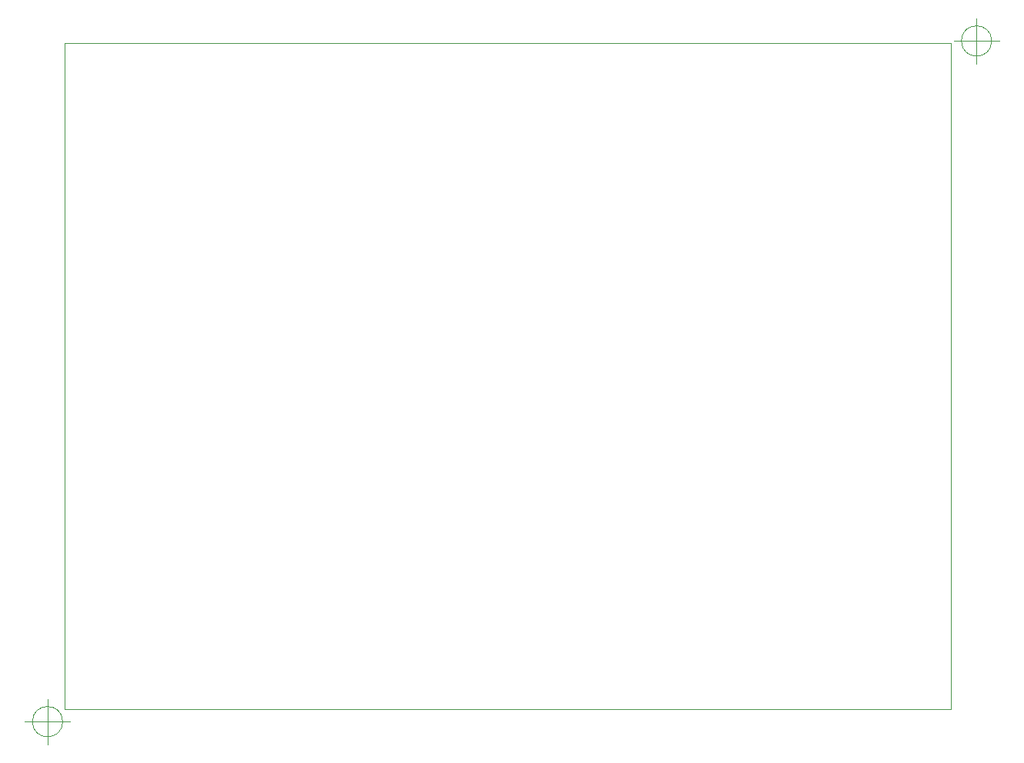
<source format=gbr>
%TF.GenerationSoftware,KiCad,Pcbnew,(6.0.5)*%
%TF.CreationDate,2023-08-26T16:02:20+02:00*%
%TF.ProjectId,IZ5 VFO V32,495a3520-5646-44f2-9056-33322e6b6963,rev?*%
%TF.SameCoordinates,Original*%
%TF.FileFunction,Profile,NP*%
%FSLAX46Y46*%
G04 Gerber Fmt 4.6, Leading zero omitted, Abs format (unit mm)*
G04 Created by KiCad (PCBNEW (6.0.5)) date 2023-08-26 16:02:20*
%MOMM*%
%LPD*%
G01*
G04 APERTURE LIST*
%TA.AperFunction,Profile*%
%ADD10C,0.100000*%
%TD*%
G04 APERTURE END LIST*
D10*
X89535000Y-61214000D02*
X187071000Y-61214000D01*
X187071000Y-61214000D02*
X187071000Y-134493000D01*
X187071000Y-134493000D02*
X89535000Y-134493000D01*
X89535000Y-134493000D02*
X89535000Y-61214000D01*
X191531666Y-60960000D02*
G75*
G03*
X191531666Y-60960000I-1666666J0D01*
G01*
X187365000Y-60960000D02*
X192365000Y-60960000D01*
X189865000Y-58460000D02*
X189865000Y-63460000D01*
X89296666Y-135890000D02*
G75*
G03*
X89296666Y-135890000I-1666666J0D01*
G01*
X85130000Y-135890000D02*
X90130000Y-135890000D01*
X87630000Y-133390000D02*
X87630000Y-138390000D01*
M02*

</source>
